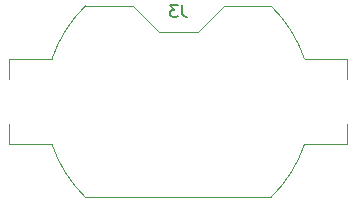
<source format=gbr>
G04 #@! TF.GenerationSoftware,KiCad,Pcbnew,(5.0.0-rc2-dev-311-g1dd4af297)*
G04 #@! TF.CreationDate,2018-03-29T11:26:03-07:00*
G04 #@! TF.ProjectId,Lupo_Testing,4C75706F5F54657374696E672E6B6963,rev?*
G04 #@! TF.SameCoordinates,Original*
G04 #@! TF.FileFunction,Legend,Bot*
G04 #@! TF.FilePolarity,Positive*
%FSLAX46Y46*%
G04 Gerber Fmt 4.6, Leading zero omitted, Abs format (unit mm)*
G04 Created by KiCad (PCBNEW (5.0.0-rc2-dev-311-g1dd4af297)) date 03/29/18 11:26:03*
%MOMM*%
%LPD*%
G01*
G04 APERTURE LIST*
%ADD10C,0.120000*%
%ADD11C,0.150000*%
G04 APERTURE END LIST*
D10*
X215560000Y-98733000D02*
X219178000Y-98733000D01*
X215560000Y-97023000D02*
X215560000Y-98733000D01*
X222022700Y-103233000D02*
X237717300Y-103233000D01*
X244180000Y-97023000D02*
X244180000Y-98733000D01*
X240562000Y-98733000D02*
X244180000Y-98733000D01*
X244180000Y-91513000D02*
X240562000Y-91513000D01*
X244180000Y-93223000D02*
X244180000Y-91513000D01*
X237717300Y-87013000D02*
X233730000Y-87013000D01*
X231530000Y-89213000D02*
X233730000Y-87013000D01*
X231530000Y-89213000D02*
X228210000Y-89213000D01*
X228210000Y-89213000D02*
X226010000Y-87013000D01*
X226010000Y-87013000D02*
X222022700Y-87013000D01*
X219178000Y-91513000D02*
X215560000Y-91513000D01*
X215560000Y-93223000D02*
X215560000Y-91513000D01*
X222024630Y-103234789D02*
G75*
G02X219178000Y-98733000I7845370J8111789D01*
G01*
X237715370Y-87011211D02*
G75*
G02X240562000Y-91513000I-7845370J-8111789D01*
G01*
X237715370Y-103234789D02*
G75*
G03X240562000Y-98733000I-7845370J8111789D01*
G01*
X222024630Y-87011211D02*
G75*
G03X219178000Y-91513000I7845370J-8111789D01*
G01*
D11*
X230203333Y-86955380D02*
X230203333Y-87669666D01*
X230250952Y-87812523D01*
X230346190Y-87907761D01*
X230489047Y-87955380D01*
X230584285Y-87955380D01*
X229822380Y-86955380D02*
X229203333Y-86955380D01*
X229536666Y-87336333D01*
X229393809Y-87336333D01*
X229298571Y-87383952D01*
X229250952Y-87431571D01*
X229203333Y-87526809D01*
X229203333Y-87764904D01*
X229250952Y-87860142D01*
X229298571Y-87907761D01*
X229393809Y-87955380D01*
X229679523Y-87955380D01*
X229774761Y-87907761D01*
X229822380Y-87860142D01*
M02*

</source>
